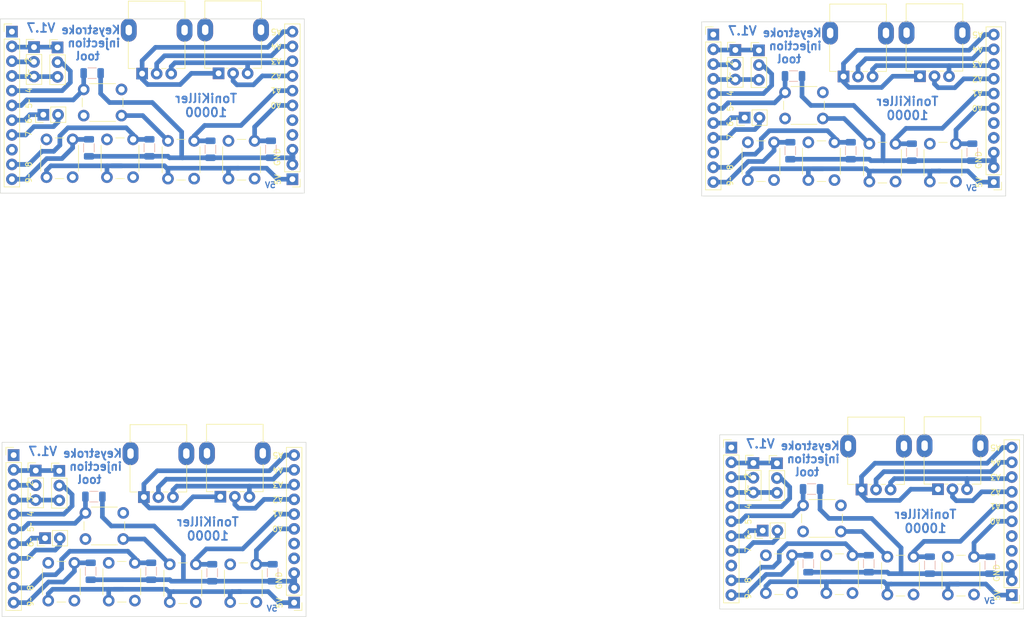
<source format=kicad_pcb>
(kicad_pcb (version 20211014) (generator pcbnew)
  (layers (0 "F.Cu" signal) (31 "B.Cu" signal) (34 "B.Paste" user) (35 "F.Paste" user) (36 "B.SilkS" user "B.Silkscreen") (37 "F.SilkS" user "F.Silkscreen") (38 "B.Mask" user) (39 "F.Mask" user) (44 "Edge.Cuts" user))
  (net 0 "")
  (footprint "Connector_PinHeader_2.54mm:PinHeader_1x03_P2.54mm_Vertical" (layer "F.Cu") (at 185.105 56.555)
    (fp_text reference "REF**" hide)
    (fp_text value "PinHeader_1x03_P2.54mm_Vertical" hide)
  )
  (footprint "Button_Switch_THT:SW_PUSH_6mm" (layer "F.Cu") (at 193.655 63.845)
    (fp_text reference "REF**" hide)
    (fp_text value "SW_PUSH_6mm" hide)
  )
  (footprint "Button_Switch_THT:SW_PUSH_6mm" (layer "F.Cu") (at 73.305 136.245)
    (fp_text reference "REF**" hide)
    (fp_text value "SW_PUSH_6mm" hide)
  )
  (footprint "Button_Switch_THT:SW_PUSH_6mm" (layer "F.Cu") (at 215.755 143.795 -90)
    (fp_text reference "REF**" hide)
    (fp_text value "SW_PUSH_6mm" hide)
  )
  (footprint "Connector_PinHeader_2.54mm:PinHeader_1x11_P2.54mm_Vertical" (layer "F.Cu") (at 184.405 124.995)
    (fp_text reference "REF**" hide)
    (fp_text value "PinHeader_1x11_P2.54mm_Vertical" hide)
  )
  (footprint "Connector_PinHeader_2.54mm:PinHeader_1x11_P2.54mm_Vertical" (layer "F.Cu") (at 229.555 79.295 180)
    (fp_text reference "REF**" hide)
    (fp_text value "PinHeader_1x11_P2.54mm_Vertical" hide)
  )
  (footprint "Button_Switch_THT:SW_PUSH_6mm" (layer "F.Cu") (at 92.305 145.095 -90)
    (fp_text reference "REF**" hide)
    (fp_text value "SW_PUSH_6mm" hide)
  )
  (footprint "Connector_PinHeader_2.54mm:PinHeader_1x02_P2.54mm_Vertical" (layer "F.Cu") (at 66.355 140.595 90)
    (fp_text reference "REF**" hide)
    (fp_text value "PinHeader_1x02_P2.54mm_Vertical" hide)
  )
  (footprint "Connector_PinHeader_2.54mm:PinHeader_1x11_P2.54mm_Vertical" (layer "F.Cu") (at 60.955 126.295)
    (fp_text reference "REF**" hide)
    (fp_text value "PinHeader_1x11_P2.54mm_Vertical" hide)
  )
  (footprint "Potentiometer_THT:Potentiometer_Alpha_RD901F-40-00D_Single_Vertical" (layer "F.Cu") (at 203.705 61.12 90)
    (fp_text reference "1M" hide)
    (fp_text value "Potentiometer_Alpha_RD901F-40-00D_Single_Vertical" hide)
  )
  (footprint "Button_Switch_THT:SW_PUSH_6mm" (layer "F.Cu") (at 223.055 72.695 -90)
    (fp_text reference "REF**" hide)
    (fp_text value "SW_PUSH_6mm" hide)
  )
  (footprint "Potentiometer_THT:Potentiometer_Alpha_RD901F-40-00D_Single_Vertical" (layer "F.Cu") (at 206.805 132.22 90)
    (fp_text reference "1M" hide)
    (fp_text value "Potentiometer_Alpha_RD901F-40-00D_Single_Vertical" hide)
  )
  (footprint "Button_Switch_THT:SW_PUSH_6mm" (layer "F.Cu") (at 73.005 63.345)
    (fp_text reference "REF**" hide)
    (fp_text value "SW_PUSH_6mm" hide)
  )
  (footprint "Button_Switch_THT:SW_PUSH_6mm" (layer "F.Cu") (at 212.655 72.695 -90)
    (fp_text reference "REF**" hide)
    (fp_text value "SW_PUSH_6mm" hide)
  )
  (footprint "Button_Switch_THT:SW_PUSH_6mm" (layer "F.Cu") (at 102.405 72.195 -90)
    (fp_text reference "REF**" hide)
    (fp_text value "SW_PUSH_6mm" hide)
  )
  (footprint "Connector_PinHeader_2.54mm:PinHeader_1x11_P2.54mm_Vertical" (layer "F.Cu") (at 181.305 53.895)
    (fp_text reference "REF**" hide)
    (fp_text value "PinHeader_1x11_P2.54mm_Vertical" hide)
  )
  (footprint "Potentiometer_THT:Potentiometer_Alpha_RD901F-40-00D_Single_Vertical" (layer "F.Cu") (at 83.355 133.52 90)
    (fp_text reference "1M" hide)
    (fp_text value "Potentiometer_Alpha_RD901F-40-00D_Single_Vertical" hide)
  )
  (footprint "Connector_PinHeader_2.54mm:PinHeader_1x03_P2.54mm_Vertical" (layer "F.Cu") (at 68.805 129.005)
    (fp_text reference "REF**" hide)
    (fp_text value "PinHeader_1x03_P2.54mm_Vertical" hide)
  )
  (footprint "Connector_PinHeader_2.54mm:PinHeader_1x02_P2.54mm_Vertical" (layer "F.Cu") (at 189.805 139.295 90)
    (fp_text reference "REF**" hide)
    (fp_text value "PinHeader_1x02_P2.54mm_Vertical" hide)
  )
  (footprint "Potentiometer_THT:Potentiometer_Alpha_RD901F-40-00D_Single_Vertical" (layer "F.Cu") (at 216.855 61.07 90)
    (fp_text reference "1M" hide)
    (fp_text value "Potentiometer_Alpha_RD901F-40-00D_Single_Vertical" hide)
  )
  (footprint "Button_Switch_THT:SW_PUSH_6mm" (layer "F.Cu") (at 226.155 143.795 -90)
    (fp_text reference "REF**" hide)
    (fp_text value "SW_PUSH_6mm" hide)
  )
  (footprint "Button_Switch_THT:SW_PUSH_6mm" (layer "F.Cu") (at 102.705 145.095 -90)
    (fp_text reference "REF**" hide)
    (fp_text value "SW_PUSH_6mm" hide)
  )
  (footprint "Connector_PinHeader_2.54mm:PinHeader_1x03_P2.54mm_Vertical" (layer "F.Cu") (at 64.455 56.055)
    (fp_text reference "REF**" hide)
    (fp_text value "PinHeader_1x03_P2.54mm_Vertical" hide)
  )
  (footprint "Connector_PinHeader_2.54mm:PinHeader_1x03_P2.54mm_Vertical" (layer "F.Cu") (at 64.755 128.955)
    (fp_text reference "REF**" hide)
    (fp_text value "PinHeader_1x03_P2.54mm_Vertical" hide)
  )
  (footprint "Button_Switch_THT:SW_PUSH_6mm" (layer "F.Cu") (at 81.805 144.845 -90)
    (fp_text reference "REF**" hide)
    (fp_text value "SW_PUSH_6mm" hide)
  )
  (footprint "Potentiometer_THT:Potentiometer_Alpha_RD901F-40-00D_Single_Vertical" (layer "F.Cu") (at 219.955 132.17 90)
    (fp_text reference "1M" hide)
    (fp_text value "Potentiometer_Alpha_RD901F-40-00D_Single_Vertical" hide)
  )
  (footprint "Button_Switch_THT:SW_PUSH_6mm" (layer "F.Cu") (at 196.755 134.945)
    (fp_text reference "REF**" hide)
    (fp_text value "SW_PUSH_6mm" hide)
  )
  (footprint "Button_Switch_THT:SW_PUSH_6mm" (layer "F.Cu") (at 205.255 143.545 -90)
    (fp_text reference "REF**" hide)
    (fp_text value "SW_PUSH_6mm" hide)
  )
  (footprint "Connector_PinHeader_2.54mm:PinHeader_1x11_P2.54mm_Vertical" (layer "F.Cu") (at 108.905 78.795 180)
    (fp_text reference "REF**" hide)
    (fp_text value "PinHeader_1x11_P2.54mm_Vertical" hide)
  )
  (footprint "Button_Switch_THT:SW_PUSH_6mm" (layer "F.Cu") (at 202.155 72.445 -90)
    (fp_text reference "REF**" hide)
    (fp_text value "SW_PUSH_6mm" hide)
  )
  (footprint "Potentiometer_THT:Potentiometer_Alpha_RD901F-40-00D_Single_Vertical" (layer "F.Cu") (at 96.205 60.57 90)
    (fp_text reference "1M" hide)
    (fp_text value "Potentiometer_Alpha_RD901F-40-00D_Single_Vertical" hide)
  )
  (footprint "Connector_PinHeader_2.54mm:PinHeader_1x11_P2.54mm_Vertical" (layer "F.Cu") (at 60.655 53.395)
    (fp_text reference "REF**" hide)
    (fp_text value "PinHeader_1x11_P2.54mm_Vertical" hide)
  )
  (footprint "Potentiometer_THT:Potentiometer_Alpha_RD901F-40-00D_Single_Vertical" (layer "F.Cu") (at 83.055 60.62 90)
    (fp_text reference "1M" hide)
    (fp_text value "Potentiometer_Alpha_RD901F-40-00D_Single_Vertical" hide)
  )
  (footprint "Button_Switch_THT:SW_PUSH_6mm" (layer "F.Cu") (at 71.405 144.845 -90)
    (fp_text reference "REF**" hide)
    (fp_text value "SW_PUSH_6mm" hide)
  )
  (footprint "Button_Switch_THT:SW_PUSH_6mm" (layer "F.Cu") (at 92.005 72.195 -90)
    (fp_text reference "REF**" hide)
    (fp_text value "SW_PUSH_6mm" hide)
  )
  (footprint "Button_Switch_THT:SW_PUSH_6mm" (layer "F.Cu") (at 81.505 71.945 -90)
    (fp_text reference "REF**" hide)
    (fp_text value "SW_PUSH_6mm" hide)
  )
  (footprint "Connector_PinHeader_2.54mm:PinHeader_1x03_P2.54mm_Vertical" (layer "F.Cu") (at 68.505 56.105)
    (fp_text reference "REF**" hide)
    (fp_text value "PinHeader_1x03_P2.54mm_Vertical" hide)
  )
  (footprint "Connector_PinHeader_2.54mm:PinHeader_1x02_P2.54mm_Vertical" (layer "F.Cu") (at 186.705 68.195 90)
    (fp_text reference "REF**" hide)
    (fp_text value "PinHeader_1x02_P2.54mm_Vertical" hide)
  )
  (footprint "Connector_PinHeader_2.54mm:PinHeader_1x11_P2.54mm_Vertical" (layer "F.Cu") (at 232.655 150.395 180)
    (fp_text reference "REF**" hide)
    (fp_text value "PinHeader_1x11_P2.54mm_Vertical" hide)
  )
  (footprint "Potentiometer_THT:Potentiometer_Alpha_RD901F-40-00D_Single_Vertical" (layer "F.Cu") (at 96.505 133.47 90)
    (fp_text reference "1M" hide)
    (fp_text value "Potentiometer_Alpha_RD901F-40-00D_Single_Vertical" hide)
  )
  (footprint "Connector_PinHeader_2.54mm:PinHeader_1x02_P2.54mm_Vertical" (layer "F.Cu") (at 66.055 67.695 90)
    (fp_text reference "REF**" hide)
    (fp_text value "PinHeader_1x02_P2.54mm_Vertical" hide)
  )
  (footprint "Connector_PinHeader_2.54mm:PinHeader_1x03_P2.54mm_Vertical" (layer "F.Cu") (at 188.205 127.655)
    (fp_text reference "REF**" hide)
    (fp_text value "PinHeader_1x03_P2.54mm_Vertical" hide)
  )
  (footprint "Connector_PinHeader_2.54mm:PinHeader_1x03_P2.54mm_Vertical" (layer "F.Cu") (at 189.155 56.605)
    (fp_text reference "REF**" hide)
    (fp_text value "PinHeader_1x03_P2.54mm_Vertical" hide)
  )
  (footprint "Connector_PinHeader_2.54mm:PinHeader_1x03_P2.54mm_Vertical" (layer "F.Cu") (at 192.255 127.705)
    (fp_text reference "REF**" hide)
    (fp_text value "PinHeader_1x03_P2.54mm_Vertical" hide)
  )
  (footprint "Button_Switch_THT:SW_PUSH_6mm" (layer "F.Cu") (at 191.755 72.445 -90)
    (fp_text reference "REF**" hide)
    (fp_text value "SW_PUSH_6mm" hide)
  )
  (footprint "Button_Switch_THT:SW_PUSH_6mm" (layer "F.Cu") (at 194.855 143.545 -90)
    (fp_text reference "REF**" hide)
    (fp_text value "SW_PUSH_6mm" hide)
  )
  (footprint "Connector_PinHeader_2.54mm:PinHeader_1x11_P2.54mm_Vertical" (layer "F.Cu") (at 109.205 151.695 180)
    (fp_text reference "REF**" hide)
    (fp_text value "PinHeader_1x11_P2.54mm_Vertical" hide)
  )
  (footprint "Button_Switch_THT:SW_PUSH_6mm" (layer "F.Cu") (at 71.105 71.945 -90)
    (fp_text reference "REF**" hide)
    (fp_text value "SW_PUSH_6mm" hide)
  )
  (footprint "Resistor_SMD:R_1206_3216Metric" (layer "B.Cu") (at 225.855 74.145 90)
    (fp_text reference "REF**" hide)
    (fp_text value "R_1206_3216Metric" hide)
  )
  (footprint "Resistor_SMD:R_1206_3216Metric" (layer "B.Cu") (at 105.205 73.645 90)
    (fp_text reference "REF**" hide)
    (fp_text value "R_1206_3216Metric" hide)
  )
  (footprint "Resistor_SMD:R_1206_3216Metric" (layer "B.Cu") (at 95.105 146.545 90)
    (fp_text reference "REF**" hide)
    (fp_text value "R_1206_3216Metric" hide)
  )
  (footprint "Resistor_SMD:R_1206_3216Metric" (layer "B.Cu") (at 194.555 73.895 90)
    (fp_text reference "REF**" hide)
    (fp_text value "R_1206_3216Metric" hide)
  )
  (footprint "Resistor_SMD:R_1206_3216Metric" (layer "B.Cu") (at 73.905 73.395 90)
    (fp_text reference "REF**" hide)
    (fp_text value "R_1206_3216Metric" hide)
  )
  (footprint "Resistor_SMD:R_1206_3216Metric" (layer "B.Cu") (at 105.505 146.545 90)
    (fp_text reference "REF**" hide)
    (fp_text value "R_1206_3216Metric" hide)
  )
  (footprint "Resistor_SMD:R_1206_3216Metric" (layer "B.Cu") (at 84.605 146.295 90)
    (fp_text reference "REF**" hide)
    (fp_text value "R_1206_3216Metric" hide)
  )
  (footprint "Resistor_SMD:R_1206_3216Metric" (layer "B.Cu") (at 84.305 73.395 90)
    (fp_text reference "REF**" hide)
    (fp_text value "R_1206_3216Metric" hide)
  )
  (footprint "Resistor_SMD:R_1206_3216Metric" (layer "B.Cu") (at 198.205 132.145 180)
    (fp_text reference "REF**" hide)
    (fp_text value "R_1206_3216Metric" hide)
  )
  (footprint "Resistor_SMD:R_1206_3216Metric" (layer "B.Cu") (at 74.755 133.445 180)
    (fp_text reference "REF**" hide)
    (fp_text value "R_1206_3216Metric" hide)
  )
  (footprint "Resistor_SMD:R_1206_3216Metric" (layer "B.Cu") (at 218.555 145.245 90)
    (fp_text reference "REF**" hide)
    (fp_text value "R_1206_3216Metric" hide)
  )
  (footprint "Resistor_SMD:R_1206_3216Metric" (layer "B.Cu") (at 228.955 145.245 90)
    (fp_text reference "REF**" hide)
    (fp_text value "R_1206_3216Metric" hide)
  )
  (footprint "Resistor_SMD:R_1206_3216Metric" (layer "B.Cu") (at 74.205 146.295 90)
    (fp_text reference "REF**" hide)
    (fp_text value "R_1206_3216Metric" hide)
  )
  (footprint "Resistor_SMD:R_1206_3216Metric" (layer "B.Cu") (at 74.455 60.545 180)
    (fp_text reference "REF**" hide)
    (fp_text value "R_1206_3216Metric" hide)
  )
  (footprint "Resistor_SMD:R_1206_3216Metric" (layer "B.Cu") (at 94.805 73.645 90)
    (fp_text reference "REF**" hide)
    (fp_text value "R_1206_3216Metric" hide)
  )
  (footprint "Resistor_SMD:R_1206_3216Metric" (layer "B.Cu") (at 208.055 144.995 90)
    (fp_text reference "REF**" hide)
    (fp_text value "R_1206_3216Metric" hide)
  )
  (footprint "Resistor_SMD:R_1206_3216Metric" (layer "B.Cu") (at 215.455 74.145 90)
    (fp_text reference "REF**" hide)
    (fp_text value "R_1206_3216Metric" hide)
  )
  (footprint "Resistor_SMD:R_1206_3216Metric" (layer "B.Cu") (at 195.105 61.045 180)
    (fp_text reference "REF**" hide)
    (fp_text value "R_1206_3216Metric" hide)
  )
  (footprint "Resistor_SMD:R_1206_3216Metric" (layer "B.Cu") (at 204.955 73.895 90)
    (fp_text reference "REF**" hide)
    (fp_text value "R_1206_3216Metric" hide)
  )
  (footprint "Resistor_SMD:R_1206_3216Metric" (layer "B.Cu") (at 197.655 144.995 90)
    (fp_text reference "REF**" hide)
    (fp_text value "R_1206_3216Metric" hide)
  )
  (gr_rect (start 179.305 81.695) (end 231.605 51.695) (layer "Edge.Cuts") (width 0.1) (fill none))
  (gr_rect (start 182.405 152.795) (end 234.705 122.795) (layer "Edge.Cuts") (width 0.1) (fill none))
  (gr_rect (start 58.955 154.095) (end 111.255 124.095) (layer "Edge.Cuts") (width 0.1) (fill none))
  (gr_rect (start 58.655 81.195) (end 110.955 51.195) (layer "Edge.Cuts") (width 0.1) (fill none))
  (gr_text "V1.7" (at 65.655 52.745) (layer "B.Cu") (effects (font (size 1.5 1.5) (thickness 0.3)) (justify mirror)))
  (gr_text "5V" (at 225.755 80.295) (layer "B.Cu") (effects (font (size 1 1) (thickness 0.2)) (justify mirror)))
  (gr_text "V1.7" (at 65.955 125.645) (layer "B.Cu") (effects (font (size 1.5 1.5) (thickness 0.3)) (justify mirror)))
  (gr_text "ToniKiller\n10000\n" (at 94.355 138.995) (layer "B.Cu") (effects (font (size 1.5 1.5) (thickness 0.3)) (justify mirror)))
  (gr_text "  Keystroke \ninjection\n  tool\n" (at 74.755 55.345) (layer "B.Cu") (effects (font (size 1.4 1.4) (thickness 0.3)) (justify mirror)))
  (gr_text "  Keystroke \ninjection\n  tool\n" (at 195.405 55.845) (layer "B.Cu") (effects (font (size 1.4 1.4) (thickness 0.3)) (justify mirror)))
  (gr_text "V1.7" (at 189.405 124.345) (layer "B.Cu") (effects (font (size 1.5 1.5) (thickness 0.3)) (justify mirror)))
  (gr_text "5V" (at 105.105 79.795) (layer "B.Cu") (effects (font (size 1 1) (thickness 0.2)) (justify mirror)))
  (gr_text "ToniKiller\n10000\n" (at 214.705 66.595) (layer "B.Cu") (effects (font (size 1.5 1.5) (thickness 0.3)) (justify mirror)))
  (gr_text "  Keystroke \ninjection\n  tool\n" (at 75.055 128.245) (layer "B.Cu") (effects (font (size 1.4 1.4) (thickness 0.3)) (justify mirror)))
  (gr_text "5V" (at 228.855 151.395) (layer "B.Cu") (effects (font (size 1 1) (thickness 0.2)) (justify mirror)))
  (gr_text "ToniKiller\n10000\n" (at 217.805 137.695) (layer "B.Cu") (effects (font (size 1.5 1.5) (thickness 0.3)) (justify mirror)))
  (gr_text "V1.7" (at 186.305 53.245) (layer "B.Cu") (effects (font (size 1.5 1.5) (thickness 0.3)) (justify mirror)))
  (gr_text "ToniKiller\n10000\n" (at 94.055 66.095) (layer "B.Cu") (effects (font (size 1.5 1.5) (thickness 0.3)) (justify mirror)))
  (gr_text "  Keystroke \ninjection\n  tool\n" (at 198.505 126.945) (layer "B.Cu") (effects (font (size 1.4 1.4) (thickness 0.3)) (justify mirror)))
  (gr_text "5V" (at 105.405 152.695) (layer "B.Cu") (effects (font (size 1 1) (thickness 0.2)) (justify mirror)))
  (gr_text "A2" (at 106.105 61.045 180) (layer "F.SilkS") (effects (font (size 1 1))))
  (gr_text "5~\n" (at 187.355 137.395 90) (layer "F.SilkS") (effects (font (size 1 1))))
  (gr_text "GND" (at 230.055 146.595 90) (layer "F.SilkS") (effects (font (size 1 1))))
  (gr_text "A5" (at 229.855 124.995 180) (layer "F.SilkS") (effects (font (size 1 1))))
  (gr_text "4" (at 63.905 136.395 90) (layer "F.SilkS") (effects (font (size 1 1))))
  (gr_text "4" (at 63.605 63.495 90) (layer "F.SilkS") (effects (font (size 1 1))))
  (gr_text "5~\n" (at 63.605 65.795 90) (layer "F.SilkS") (effects (font (size 1 1))))
  (gr_text "6~" (at 187.305 139.995 90) (layer "F.SilkS") (effects (font (size 1 1))))
  (gr_text "6~" (at 184.205 68.895 90) (layer "F.SilkS") (effects (font (size 1 1))))
  (gr_text "A4\n" (at 106.105 55.945 180) (layer "F.SilkS") (effects (font (size 1 1))))
  (gr_text "A2" (at 226.755 61.545 180) (layer "F.SilkS") (effects (font (size 1 1))))
  (gr_text "A4\n" (at 226.755 56.445 180) (layer "F.SilkS") (effects (font (size 1 1))))
  (gr_text "GND" (at 226.955 75.495 90) (layer "F.SilkS") (effects (font (size 1 1))))
  (gr_text "4" (at 184.255 63.995 90) (layer "F.SilkS") (effects (font (size 1 1))))
  (gr_text "3~\n" (at 187.255 132.245 90) (layer "F.SilkS") (effects (font (size 1 1))))
  (gr_text "3~\n" (at 63.805 133.545 90) (layer "F.SilkS") (effects (font (size 1 1))))
  (gr_text "6~" (at 63.555 68.395 90) (layer "F.SilkS") (effects (font (size 1 1))))
  (gr_text "A0" (at 106.355 138.945 180) (layer "F.SilkS") (effects (font (size 1 1))))
  (gr_text "A3" (at 106.405 131.345 180) (layer "F.SilkS") (effects (font (size 1 1))))
  (gr_text "A0" (at 226.705 66.545 180) (layer "F.SilkS") (effects (font (size 1 1))))
  (gr_text "5~\n" (at 184.255 66.295 90) (layer "F.SilkS") (effects (font (size 1 1))))
  (gr_text "2" (at 63.755 131.195 90) (layer "F.SilkS") (effects (font (size 1 1))))
  (gr_text "A1" (at 106.055 63.495 180) (layer "F.SilkS") (effects (font (size 1 1))))
  (gr_text "2" (at 187.205 129.895 90) (layer "F.SilkS") (effects (font (size 1 1))))
  (gr_text "4" (at 187.355 135.095 90) (layer "F.SilkS") (effects (font (size 1 1))))
  (gr_text "GND" (at 106.605 147.895 90) (layer "F.SilkS") (effects (font (size 1 1))))
  (gr_text "7\n" (at 184.205 71.495 90) (layer "F.SilkS") (effects (font (size 1 1))))
  (gr_text "GND" (at 106.305 74.995 90) (layer "F.SilkS") (effects (font (size 1 1))))
  (gr_text "9~" (at 187.305 150.245 90) (layer "F.SilkS") (effects (font (size 1 1))))
  (gr_text "7\n" (at 63.855 143.895 90) (layer "F.SilkS") (effects (font (size 1 1))))
  (gr_text "5~\n" (at 63.905 138.695 90) (layer "F.SilkS") (effects (font (size 1 1))))
  (gr_text "6~" (at 63.855 141.295 90) (layer "F.SilkS") (effects (font (size 1 1))))
  (gr_text "8" (at 187.305 147.845 90) (layer "F.SilkS") (effects (font (size 1 1))))
  (gr_text "A3" (at 226.755 58.945 180) (layer "F.SilkS") (effects (font (size 1 1))))
  (gr_text "A0" (at 229.805 137.645 180) (layer "F.SilkS") (effects (font (size 1 1))))
  (gr_text "A3" (at 229.855 130.045 180) (layer "F.SilkS") (effects (font (size 1 1))))
  (gr_text "A2" (at 229.855 132.645 180) (layer "F.SilkS") (effects (font (size 1 1))))
  (gr_text "A5" (at 226.755 53.895 180) (layer "F.SilkS") (effects (font (size 1 1))))
  (gr_text "A4\n" (at 106.405 128.845 180) (layer "F.SilkS") (effects (font (size 1 1))))
  (gr_text "A1" (at 106.355 136.395 180) (layer "F.SilkS") (effects (font (size 1 1))))
  (gr_text "A5" (at 106.105 53.395 180) (layer "F.SilkS") (effects (font (size 1 1))))
  (gr_text "A4\n" (at 229.855 127.545 180) (layer "F.SilkS") (effects (font (size 1 1))))
  (gr_text "A1" (at 229.805 135.095 180) (layer "F.SilkS") (effects (font (size 1 1))))
  (gr_text "5V" (at 106.705 151.745 90) (layer "F.SilkS") (effects (font (size 1 1))))
  (gr_text "A1" (at 226.705 63.995 180) (layer "F.SilkS") (effects (font (size 1 1))))
  (gr_text "9~" (at 63.555 78.645 90) (layer "F.SilkS") (effects (font (size 1 1))))
  (gr_text "8" (at 63.855 149.145 90) (layer "F.SilkS") (effects (font (size 1 1))))
  (gr_text "5V" (at 106.405 78.845 90) (layer "F.SilkS") (effects (font (size 1 1))))
  (gr_text "3~\n" (at 63.505 60.645 90) (layer "F.SilkS") (effects (font (size 1 1))))
  (gr_text "7\n" (at 63.555 70.995 90) (layer "F.SilkS") (effects (font (size 1 1))))
  (gr_text "9~" (at 184.205 79.145 90) (layer "F.SilkS") (effects (font (size 1 1))))
  (gr_text "5V" (at 230.155 150.445 90) (layer "F.SilkS") (effects (font (size 1 1))))
  (gr_text "A0" (at 106.055 66.045 180) (layer "F.SilkS") (effects (font (size 1 1))))
  (gr_text "2" (at 63.455 58.295 90) (layer "F.SilkS") (effects (font (size 1 1))))
  (gr_text "A2" (at 106.405 133.945 180) (layer "F.SilkS") (effects (font (size 1 1))))
  (gr_text "5V" (at 227.055 79.345 90) (layer "F.SilkS") (effects (font (size 1 1))))
  (gr_text "9~" (at 63.855 151.545 90) (layer "F.SilkS") (effects (font (size 1 1))))
  (gr_text "A3" (at 106.105 58.445 180) (layer "F.SilkS") (effects (font (size 1 1))))
  (gr_text "2" (at 184.105 58.795 90) (layer "F.SilkS") (effects (font (size 1 1))))
  (gr_text "8" (at 63.555 76.245 90) (layer "F.SilkS") (effects (font (size 1 1))))
  (gr_text "8" (at 184.205 76.745 90) (layer "F.SilkS") (effects (font (size 1 1))))
  (gr_text "3~\n" (at 184.155 61.145 90) (layer "F.SilkS") (effects (font (size 1 1))))
  (gr_text "A5" (at 106.405 126.295 180) (layer "F.SilkS") (effects (font (size 1 1))))
  (gr_text "7\n" (at 187.305 142.595 90) (layer "F.SilkS") (effects (font (size 1 1))))
  (segment (start 232.655 146.745) (end 232.655 147.855) (width 1) (layer "B.Cu") (net 0))
  (segment (start 204.9675 75.345) (end 204.955 75.3575) (width 0.8) (layer "B.Cu") (net 0))
  (segment (start 219.355 61.07) (end 219.355 62.395) (width 0.8) (layer "B.Cu") (net 0))
  (segment (start 196.755 132.1575) (end 196.7425 132.145) (width 0.8) (layer "B.Cu") (net 0))
  (segment (start 186.775 142.775) (end 184.405 142.775) (width 0.8) (layer "B.Cu") (net 0))
  (segment (start 223.055 70.295) (end 223.055 72.695) (width 0.8) (layer "B.Cu") (net 0))
  (segment (start 101.205 58.745) (end 108.635 58.745) (width 0.8) (layer "B.Cu") (net 0))
  (segment (start 194.855 144.995) (end 193.005 146.845) (width 0.8) (layer "B.Cu") (net 0))
  (segment (start 222.455 133.495) (end 223.105 134.145) (width 0.8) (layer "B.Cu") (net 0))
  (segment (start 223.805 141.145) (end 217.555 141.145) (width 0.8) (layer "B.Cu") (net 0))
  (segment (start 209.305 130.495) (end 210.655 129.145) (width 0.8) (layer "B.Cu") (net 0))
  (segment (start 63.105 78.795) (end 60.655 78.795) (width 0.8) (layer "B.Cu") (net 0))
  (segment (start 69.295 63.555) (end 60.655 63.555) (width 0.8) (layer "B.Cu") (net 0))
  (segment (start 87.205 149.395) (end 78.155 149.395) (width 0.8) (layer "B.Cu") (net 0))
  (segment (start 218.555 146.7075) (end 228.955 146.7075) (width 0.8) (layer "B.Cu") (net 0))
  (segment (start 215.455 75.6075) (end 225.855 75.6075) (width 0.8) (layer "B.Cu") (net 0))
  (segment (start 68.905 71.345) (end 68.905 72.945) (width 0.8) (layer "B.Cu") (net 0))
  (segment (start 96.205 60.57) (end 91.53 60.57) (width 0.8) (layer "B.Cu") (net 0))
  (segment (start 63.505 138.045) (end 62.555 138.995) (width 0.8) (layer "B.Cu") (net 0))
  (segment (start 60.775 58.595) (end 60.655 58.475) (width 0.8) (layer "B.Cu") (net 0))
  (segment (start 83.055 58.395) (end 83.055 60.62) (width 0.8) (layer "B.Cu") (net 0))
  (segment (start 100.055 69.545) (end 93.805 69.545) (width 0.8) (layer "B.Cu") (net 0))
  (segment (start 90.155 143.545) (end 85.105 138.495) (width 0.8) (layer "B.Cu") (net 0))
  (segment (start 87.805 147.745) (end 84.6175 147.745) (width 0.8) (layer "B.Cu") (net 0))
  (segment (start 215.4425 72.695) (end 215.455 72.6825) (width 0.8) (layer "B.Cu") (net 0))
  (segment (start 184.525 130.195) (end 184.405 130.075) (width 0.8) (layer "B.Cu") (net 0))
  (segment (start 109.1675 148.0075) (end 109.205 148.045) (width 0.8) (layer "B.Cu") (net 0))
  (segment (start 106.355 78.795) (end 104.455 76.895) (width 0.8) (layer "B.Cu") (net 0))
  (segment (start 104.035 133.915) (end 109.205 133.915) (width 0.8) (layer "B.Cu") (net 0))
  (segment (start 101.205 58.745) (end 88.705 58.745) (width 0.8) (layer "B.Cu") (net 0))
  (segment (start 226.755 66.595) (end 223.055 70.295) (width 0.8) (layer "B.Cu") (net 0))
  (segment (start 73.005 63.345) (end 71.205 65.145) (width 0.8) (layer "B.Cu") (net 0))
  (segment (start 191.555 141.345) (end 188.205 141.345) (width 0.8) (layer "B.Cu") (net 0))
  (segment (start 196.755 134.945) (end 196.755 132.1575) (width 0.8) (layer "B.Cu") (net 0))
  (segment (start 193.655 63.845) (end 191.855 65.645) (width 0.8) (layer "B.Cu") (net 0))
  (segment (start 203.705 62.045) (end 203.705 61.12) (width 0.8) (layer "B.Cu") (net 0))
  (segment (start 205.255 143.545) (end 205.255 142.745) (width 0.8) (layer "B.Cu") (net 0))
  (segment (start 194.855 143.545) (end 194.855 144.995) (width 0.8) (layer "B.Cu") (net 0))
  (segment (start 108.905 63.555) (end 106.045 63.555) (width 0.8) (layer "B.Cu") (net 0))
  (segment (start 99.355 62.545) (end 102.205 62.545) (width 0.8) (layer "B.Cu") (net 0))
  (segment (start 189.555 73.445) (end 188.505 74.495) (width 0.8) (layer "B.Cu") (net 0))
  (segment (start 102.705 145.095) (end 105.4925 145.095) (width 0.8) (layer "B.Cu") (net 0))
  (segment (start 71.405 146.295) (end 69.555 148.145) (width 0.8) (layer "B.Cu") (net 0))
  (segment (start 200.755 148.095) (end 200.755 150.045) (width 0.8) (layer "B.Cu") (net 0))
  (segment (start 71.105 73.395) (end 69.255 75.245) (width 0.8) (layer "B.Cu") (net 0))
  (segment (start 192.255 130.245) (end 192.905 130.245) (width 0.8) (layer "B.Cu") (net 0))
  (segment (start 223.055 72.695) (end 225.8425 72.695) (width 0.8) (layer "B.Cu") (net 0))
  (segment (start 84.3175 74.845) (end 84.305 74.8575) (width 0.8) (layer "B.Cu") (net 0))
  (segment (start 64.055 140.595) (end 63.115 141.535) (width 0.8) (layer "B.Cu") (net 0))
  (segment (start 201.205 137.195) (end 199.6675 135.6575) (width 0.8) (layer "B.Cu") (net 0))
  (segment (start 88.455 149.795) (end 87.605 149.795) (width 0.8) (layer "B.Cu") (net 0))
  (segment (start 99.005 133.47) (end 99.005 134.795) (width 0.8) (layer "B.Cu") (net 0))
  (segment (start 190.955 70.445) (end 189.555 71.845) (width 0.8) (layer "B.Cu") (net 0))
  (segment (start 225.955 58.045) (end 227.565 56.435) (width 0.8) (layer "B.Cu") (net 0))
  (segment (start 70.305 69.945) (end 68.905 71.345) (width 0.8) (layer "B.Cu") (net 0))
  (segment (start 84.005 62.495) (end 83.055 61.545) (width 0.8) (layer "B.Cu") (net 0))
  (segment (start 84.2925 71.945) (end 84.305 71.9325) (width 0.8) (layer "B.Cu") (net 0))
  (segment (start 81.805 144.845) (end 84.5925 144.845) (width 0.8) (layer "B.Cu") (net 0))
  (segment (start 194.455 131.795) (end 194.455 133.745) (width 0.8) (layer "B.Cu") (net 0))
  (segment (start 220.005 63.045) (end 222.855 63.045) (width 0.8) (layer "B.Cu") (net 0))
  (segment (start 206.005 56.595) (end 203.705 58.895) (width 0.8) (layer "B.Cu") (net 0))
  (segment (start 221.655 148.795) (end 221.655 150.295) (width 0.8) (layer "B.Cu") (net 0))
  (segment (start 185.105 70.245) (end 183.675 71.675) (width 0.8) (layer "B.Cu") (net 0))
  (segment (start 225.8425 72.695) (end 225.855 72.6825) (width 0.8) (layer "B.Cu") (net 0))
  (segment (start 63.025 71.175) (end 60.655 71.175) (width 0.8) (layer "B.Cu") (net 0))
  (segment (start 208.155 77.395) (end 208.155 79.195) (width 0.8) (layer "B.Cu") (net 0))
  (segment (start 105.4925 145.095) (end 105.505 145.0825) (width 0.8) (layer "B.Cu") (net 0))
  (segment (start 181.425 59.095) (end 181.305 58.975) (width 0.8) (layer "B.Cu") (net 0))
  (segment (start 85.655 128.995) (end 83.355 131.295) (width 0.8) (layer "B.Cu") (net 0))
  (segment (start 107.655 126.295) (end 104.955 128.995) (width 0.8) (layer "B.Cu") (net 0))
  (segment (start 70.705 62.145) (end 69.295 63.555) (width 0.8) (layer "B.Cu") (net 0))
  (segment (start 88.055 59.395) (end 88.055 60.62) (width 0.8) (layer "B.Cu") (net 0))
  (segment (start 181.425 61.635) (end 181.305 61.515) (width 0.8) (layer "B.Cu") (net 0))
  (segment (start 189.105 56.555) (end 189.155 56.605) (width 0.8) (layer "B.Cu") (net 0))
  (segment (start 109.205 126.295) (end 107.655 126.295) (width 0.8) (layer "B.Cu") (net 0))
  (segment (start 102.705 142.695) (end 102.705 145.095) (width 0.8) (layer "B.Cu") (net 0))
  (segment (start 212.455 130.345) (end 211.805 130.995) (width 0.8) (layer "B.Cu") (net 0))
  (segment (start 108.905 53.395) (end 107.355 53.395) (width 0.8) (layer "B.Cu") (net 0))
  (segment (start 187.305 75.745) (end 183.755 79.295) (width 0.8) (layer "B.Cu") (net 0))
  (segment (start 221.855 59.245) (end 209.355 59.245) (width 0.8) (layer "B.Cu") (net 0))
  (segment (start 204.955 75.3575) (end 194.555 75.3575) (width 0.8) (layer "B.Cu") (net 0))
  (segment (start 63.545 76.255) (end 60.655 76.255) (width 0.8) (layer "B.Cu") (net 0))
  (segment (start 95.105 148.0075) (end 105.505 148.0075) (width 0.8) (layer "B.Cu") (net 0))
  (segment (start 75.9175 64.0575) (end 75.9175 60.545) (width 0.8) (layer "B.Cu") (net 0))
  (segment (start 100.005 149.795) (end 98.505 149.795) (width 0.8) (layer "B.Cu") (net 0))
  (segment (start 104.655 56.095) (end 85.355 56.095) (width 0.8) (layer "B.Cu") (net 0))
  (segment (start 71.505 138.045) (end 63.505 138.045) (width 0.8) (layer "B.Cu") (net 0))
  (segment (start 186.455 74.495) (end 184.195 76.755) (width 0.8) (layer "B.Cu") (net 0))
  (segment (start 98.505 149.795) (end 98.205 150.095) (width 0.8) (layer "B.Cu") (net 0))
  (segment (start 206.805 133.145) (end 206.805 132.22) (width 0.8) (layer "B.Cu") (net 0))
  (segment (start 102.505 135.445) (end 104.035 133.915) (width 0.8) (layer "B.Cu") (net 0))
  (segment (start 224.955 132.17) (end 224.955 130.345) (width 0.8) (layer "B.Cu") (net 0))
  (segment (start 185.105 56.555) (end 181.425 56.555) (width 0.8) (layer "B.Cu") (net 0))
  (segment (start 210.655 148.095) (end 201.605 148.095) (width 0.8) (layer "B.Cu") (net 0))
  (segment (start 92.305 144.245) (end 92.305 145.095) (width 0.8) (layer "B.Cu") (net 0))
  (segment (start 64.755 128.955) (end 68.755 128.955) (width 0.8) (layer "B.Cu") (net 0))
  (segment (start 228.005 53.895) (end 225.305 56.595) (width 0.8) (layer "B.Cu") (net 0))
  (segment (start 222.855 63.045) (end 224.385 61.515) (width 0.8) (layer "B.Cu") (net 0))
  (segment (start 102.405 69.795) (end 102.405 72.195) (width 0.8) (layer "B.Cu") (net 0))
  (segment (start 85.855 133.52) (end 85.855 131.795) (width 0.8) (layer "B.Cu") (net 0))
  (segment (start 232.655 135.155) (end 229.795 135.155) (width 0.8) (layer "B.Cu") (net 0))
  (segment (start 212.655 72.695) (end 215.4425 72.695) (width 0.8) (layer "B.Cu") (net 0))
  (segment (start 223.455 148.495) (end 211.905 148.495) (width 0.8) (layer "B.Cu") (net 0))
  (segment (start 202.155 72.445) (end 202.155 71.645) (width 0.8) (layer "B.Cu") (net 0))
  (segment (start 86.905 57.545) (end 105.305 57.545) (width 0.8) (layer "B.Cu") (net 0))
  (segment (start 225.855 75.6075) (end 229.5175 75.6075) (width 0.8) (layer "B.Cu") (net 0))
  (segment (start 102.205 62.545) (end 103.735 61.015) (width 0.8) (layer "B.Cu") (net 0))
  (segment (start 221.955 148.495) (end 221.655 148.795) (width 0.8) (layer "B.Cu") (net 0))
  (segment (start 64.755 131.495) (end 61.075 131.495) (width 0.8) (layer "B.Cu") (net 0))
  (segment (start 209.355 59.245) (end 208.705 59.895) (width 0.8) (layer "B.Cu") (net 0))
  (segment (start 192.905 130.245) (end 194.455 131.795) (width 0.8) (layer "B.Cu") (net 0))
  (segment (start 77.755 138.495) (end 76.2175 136.9575) (width 0.8) (layer "B.Cu") (net 0))
  (segment (start 101.505 133.47) (end 101.505 131.645) (width 0.8) (layer "B.Cu") (net 0))
  (segment (start 87.505 74.845) (end 84.3175 74.845) (width 0.8) (layer "B.Cu") (net 0))
  (segment (start 186.565 140.235) (end 184.405 140.235) (width 0.8) (layer "B.Cu") (net 0))
  (segment (start 211.055 148.495) (end 210.655 148.095) (width 0.8) (layer "B.Cu") (net 0))
  (segment (start 87.605 149.795) (end 87.205 149.395) (width 0.8) (layer "B.Cu") (net 0))
  (segment (start 208.705 59.895) (end 208.705 61.12) (width 0.8) (layer "B.Cu") (net 0))
  (segment (start 189.105 61.635) (end 189.155 61.685) (width 0.8) (layer "B.Cu") (net 0))
  (segment (start 229.555 74.215) (end 229.555 75.645) (width 1) (layer "B.Cu") (net 0))
  (segment (start 85.855 131.795) (end 87.205 130.445) (width 0.8) (layer "B.Cu") (net 0))
  (segment (start 215.755 142.945) (end 215.755 143.795) (width 0.8) (layer "B.Cu") (net 0))
  (segment (start 229.795 135.155) (end 223.805 141.145) (width 0.8) (layer "B.Cu") (net 0))
  (segment (start 211.255 146.445) (end 208.0675 146.445) (width 0.8) (layer "B.Cu") (net 0))
  (segment (start 190.405 146.845) (end 186.855 150.395) (width 0.8) (layer "B.Cu") (net 0))
  (segment (start 106.915 55.935) (end 108.905 55.935) (width 0.8) (layer "B.Cu") (net 0))
  (segment (start 229.5175 75.6075) (end 229.555 75.645) (width 0.8) (layer "B.Cu") (net 0))
  (segment (start 71.005 133.095) (end 71.005 135.045) (width 0.8) (layer "B.Cu") (net 0))
  (segment (start 71.405 144.845) (end 71.405 146.295) (width 0.8) (layer "B.Cu") (net 0))
  (segment (start 99.705 76.895) (end 98.205 76.895) (width 0.8) (layer "B.Cu") (net 0))
  (segment (start 229.555 66.595) (end 226.755 66.595) (width 0.8) (layer "B.Cu") (net 0))
  (segment (start 206.805 129.995) (end 206.805 132.22) (width 0.8) (layer "B.Cu") (net 0))
  (segment (start 189.555 145.595) (end 187.295 147.855) (width 0.8) (layer "B.Cu") (net 0))
  (segment (start 66.355 140.595) (end 64.055 140.595) (width 0.8) (layer "B.Cu") (net 0))
  (segment (start 218.555 146.7075) (end 213.7425 146.7075) (width 0.8) (layer "B.Cu") (net 0))
  (segment (start 107.215 128.835) (end 109.205 128.835) (width 0.8) (layer "B.Cu") (net 0))
  (segment (start 81.505 71.945) (end 81.505 71.145) (width 0.8) (layer "B.Cu") (net 0))
  (segment (start 80.305 69.945) (end 70.305 69.945) (width 0.8) (layer "B.Cu") (net 0))
  (segment (start 189.245 69.455) (end 188.455 70.245) (width 0.8) (layer "B.Cu") (net 0))
  (segment (start 190.355 150.045) (end 190.355 148.845) (width 0.8) (layer "B.Cu") (net 0))
  (segment (start 87.805 149.795) (end 87.805 151.595) (width 0.8) (layer "B.Cu") (net 0))
  (segment (start 199.6675 135.6575) (end 199.6675 132.145) (width 0.8) (layer "B.Cu") (net 0))
  (segment (start 189.905 75.745) (end 187.305 75.745) (width 0.8) (layer "B.Cu") (net 0))
  (segment (start 88.705 58.745) (end 88.055 59.395) (width 0.8) (layer "B.Cu") (net 0))
  (segment (start 196.5675 64.5575) (end 196.5675 61.045) (width 0.8) (layer "B.Cu") (net 0))
  (segment (start 212.18 61.07) (end 210.255 62.995) (width 0.8) (layer "B.Cu") (net 0))
  (segment (start 208.155 72.695) (end 203.805 68.345) (width 0.8) (layer "B.Cu") (net 0))
  (segment (start 206.905 139.445) (end 203.255 139.445) (width 0.8) (layer "B.Cu") (net 0))
  (segment (start 88.355 132.295) (end 88.355 133.52) (width 0.8) (layer "B.Cu") (net 0))
  (segment (start 204.055 141.545) (end 194.055 141.545) (width 0.8) (layer "B.Cu") (net 0))
  (segment (start 68.455 61.135) (end 68.505 61.185) (width 0.8) (layer "B.Cu") (net 0))
  (segment (start 66.605 77.245) (end 67.355 76.495) (width 0.8) (layer "B.Cu") (net 0))
  (segment (start 194.455 133.745) (end 193.045 135.155) (width 0.8) (layer "B.Cu") (net 0))
  (segment (start 228.405 127.695) (end 209.105 127.695) (width 0.8) (layer "B.Cu") (net 0))
  (segment (start 232.385 130.345) (end 232.655 130.075) (width 0.8) (layer "B.Cu") (net 0))
  (segment (start 227.005 79.295) (end 225.105 77.395) (width 0.8) (layer "B.Cu") (net 0))
  (segment (start 84.5925 144.845) (end 84.605 144.8325) (width 0.8) (layer "B.Cu") (net 0))
  (segment (start 194.855 143.545) (end 197.6425 143.545) (width 0.8) (layer "B.Cu") (net 0))
  (segment (start 188.205 141.345) (end 186.775 142.775) (width 0.8) (layer "B.Cu") (net 0))
  (segment (start 73.305 133.4575) (end 73.2925 133.445) (width 0.8) (layer "B.Cu") (net 0))
  (segment (start 226.155 141.395) (end 226.155 143.795) (width 0.8) (layer "B.Cu") (net 0))
  (segment (start 105.205 75.1075) (end 108.8675 75.1075) (width 0.8) (layer "B.Cu") (net 0))
  (segment (start 68.595 68.955) (end 67.805 69.745) (width 0.8) (layer "B.Cu") (net 0))
  (segment (start 66.605 78.445) (end 66.605 77.245) (width 0.8) (layer "B.Cu") (net 0))
  (segment (start 222.455 132.17) (end 222.455 133.495) (width 0.8) (layer "B.Cu") (net 0))
  (segment (start 196.755 134.945) (end 194.955 136.745) (width 0.8) (layer "B.Cu") (net 0))
  (segment (start 63.205 65.145) (end 62.255 66.095) (width 0.8) (layer "B.Cu") (net 0))
  (segment (start 66.055 67.695) (end 63.755 67.695) (width 0.8) (layer "B.Cu") (net 0))
  (segment (start 66.905 150.145) (end 67.655 149.395) (width 0.8) (layer "B.Cu") (net 0))
  (segment (start 99.655 135.445) (end 102.505 135.445) (width 0.8) (layer "B.Cu") (net 0))
  (segment (start 67.805 69.745) (end 64.455 69.745) (width 0.8) (layer "B.Cu") (net 0))
  (segment (start 193.655 63.845) (end 193.655 61.0575) (width 0.8) (layer "B.Cu") (net 0))
  (segment (start 99.005 134.795) (end 99.655 135.445) (width 0.8) (layer "B.Cu") (net 0))
  (segment (start 211.5175 146.7075) (end 211.255 146.445) (width 0.8) (layer "B.Cu") (net 0))
  (segment (start 191.755 73.895) (end 189.905 75.745) (width 0.8) (layer "B.Cu") (net 0))
  (segment (start 208.0425 143.545) (end 208.055 143.5325) (width 0.8) (layer "B.Cu") (net 0))
  (segment (start 212.655 71.845) (end 212.655 72.695) (width 0.8) (layer "B.Cu") (net 0))
  (segment (start 69.255 75.245) (end 66.655 75.245) (width 0.8) (layer "B.Cu") (net 0))
  (segment (start 81.805 144.045) (end 80.605 142.845) (width 0.8) (layer "B.Cu") (net 0))
  (segment (start 194.955 136.745) (end 186.955 136.745) (width 0.8) (layer "B.Cu") (net 0))
  (segment (start 209.105 127.695) (end 206.805 129.995) (width 0.8) (layer "B.Cu") (net 0))
  (segment (start 205.255 143.545) (end 208.0425 143.545) (width 0.8) (layer "B.Cu") (net 0))
  (segment (start 83.455 140.745) (end 79.805 140.745) (width 0.8) (layer "B.Cu") (net 0))
  (segment (start 68.505 58.645) (end 69.155 58.645) (width 0.8) (layer "B.Cu") (net 0))
  (segment (start 209.305 132.22) (end 209.305 130.495) (width 0.8) (layer "B.Cu") (net 0))
  (segment (start 182.905 66.595) (end 181.305 66.595) (width 0.8) (layer "B.Cu") (net 0))
  (segment (start 211.255 148.495) (end 211.255 150.295) (width 0.8) (layer "B.Cu") (net 0))
  (segment (start 191.755 72.445) (end 194.5425 72.445) (width 0.8) (layer "B.Cu") (net 0))
  (segment (start 215.28 132.17) (end 213.355 134.095) (width 0.8) (layer "B.Cu") (net 0))
  (segment (start 203.805 68.345) (end 200.155 68.345) (width 0.8) (layer "B.Cu") (net 0))
  (segment (start 66.105 146.895) (end 63.845 149.155) (width 0.8) (layer "B.Cu") (net 0))
  (segment (start 213.605 146.57) (end 213.605 142.245) (width 0.8) (layer "B.Cu") (net 0))
  (segment (start 192.205 127.655) (end 192.255 127.705) (width 0.8) (layer "B.Cu") (net 0))
  (segment (start 213.7425 146.7075) (end 211.5175 146.7075) (width 0.8) (layer "B.Cu") (net 0))
  (segment (start 226.695 64.055) (end 220.705 70.045) (width 0.8) (layer "B.Cu") (net 0))
  (segment (start 89.005 131.645) (end 88.355 132.295) (width 0.8) (layer "B.Cu") (net 0))
  (segment (start 184.525 127.655) (end 184.405 127.535) (width 0.8) (layer "B.Cu") (net 0))
  (segment (start 191.355 62.645) (end 189.945 64.055) (width 0.8) (layer "B.Cu") (net 0))
  (segment (start 206.205 59.395) (end 207.555 58.045) (width 0.8) (layer "B.Cu") (net 0))
  (segment (start 63.325 144.075) (end 60.955 144.075) (width 0.8) (layer "B.Cu") (net 0))
  (segment (start 71.105 71.945) (end 73.8925 71.945) (width 0.8) (layer "B.Cu") (net 0))
  (segment (start 107.355 53.395) (end 104.655 56.095) (width 0.8) (layer "B.Cu") (net 0))
  (segment (start 63.405 151.695) (end 60.955 151.695) (width 0.8) (layer "B.Cu") (net 0))
  (segment (start 68.105 142.645) (end 64.755 142.645) (width 0.8) (layer "B.Cu") (net 0))
  (segment (start 81.805 144.845) (end 81.805 144.045) (width 0.8) (layer "B.Cu") (net 0))
  (segment (start 226.155 143.795) (end 228.9425 143.795) (width 0.8) (layer "B.Cu") (net 0))
  (segment (start 184.525 132.735) (end 184.405 132.615) (width 0.8) (layer "B.Cu") (net 0))
  (segment (start 208.805 77.395) (end 207.955 77.395) (width 0.8) (layer "B.Cu") (net 0))
  (segment (start 73.305 136.245) (end 71.505 138.045) (width 0.8) (layer "B.Cu") (net 0))
  (segment (start 228.9425 143.795) (end 228.955 143.7825) (width 0.8) (layer "B.Cu") (net 0))
  (segment (start 89.855 70.645) (end 84.805 65.595) (width 0.8) (layer "B.Cu") (net 0))
  (segment (start 187.295 147.855) (end 184.405 147.855) (width 0.8) (layer "B.Cu") (net 0))
  (segment (start 91.53 60.57) (end 89.605 62.495) (width 0.8) (layer "B.Cu") (net 0))
  (segment (start 223.455 148.495) (end 221.955 148.495) (width 0.8) (layer "B.Cu") (net 0))
  (segment (start 202.155 71.645) (end 200.955 70.445) (width 0.8) (layer "B.Cu") (net 0))
  (segment (start 190.355 148.845) (end 191.105 148.095) (width 0.8) (layer "B.Cu") (net 0))
  (segment (start 84.805 65.595) (end 77.455 65.595) (width 0.8) (layer "B.Cu") (net 0))
  (segment (start 108.905 75.145) (end 108.905 76.255) (width 1) (layer "B.Cu") (net 0))
  (segment (start 229.555 79.295) (end 227.005 79.295) (width 0.8) (layer "B.Cu") (net 0))
  (segment (start 109.205 148.045) (end 109.205 149.155) (width 1) (layer "B.Cu") (net 0))
  (segment (start 83.355 131.295) (end 83.355 133.52) (width 0.8) (layer "B.Cu") (net 0))
  (segment (start 188.205 127.655) (end 184.525 127.655) (width 0.8) (layer "B.Cu") (net 0))
  (segment (start 230.665 127.535) (end 232.655 127.535) (width 0.8) (layer "B.Cu") (net 0))
  (segment (start 85.555 60.62) (end 85.555 58.895) (width 0.8) (layer "B.Cu") (net 0))
  (segment (start 77.455 65.595) (end 75.9175 64.0575) (width 0.8) (layer "B.Cu") (net 0))
  (segment (start 218.855 77.395) (end 218.555 77.695) (width 0.8) (layer "B.Cu") (net 0))
  (segment (start 73.8925 71.945) (end 73.905 71.9325) (width 0.8) (layer "B.Cu") (net 0))
  (segment (start 83.355 134.445) (end 83.355 133.52) (width 0.8) (layer "B.Cu") (net 0))
  (segment (start 101.505 131.645) (end 108.935 131.645) (width 0.8) (layer "B.Cu") (net 0))
  (segment (start 92.005 71.345) (end 92.005 72.195) (width 0.8) (layer "B.Cu") (net 0))
  (segment (start 87.805 145.095) (end 83.455 140.745) (width 0.8) (layer "B.Cu") (net 0))
  (segment (start 189.805 59.145) (end 191.355 60.695) (width 0.8) (layer "B.Cu") (net 0))
  (segment (start 63.845 149.155) (end 60.955 149.155) (width 0.8) (layer "B.Cu") (net 0))
  (segment (start 69.205 145.845) (end 68.155 146.895) (width 0.8) (layer "B.Cu") (net 0))
  (segment (start 90.2925 148.0075) (end 90.155 147.87) (width 0.8) (layer "B.Cu") (net 0))
  (segment (start 208.0675 146.445) (end 208.055 146.4575) (width 0.8) (layer "B.Cu") (net 0))
  (segment (start 64.455 61.135) (end 60.775 61.135) (width 0.8) (layer "B.Cu") (net 0))
  (segment (start 84.305 135.395) (end 83.355 134.445) (width 0.8) (layer "B.Cu") (net 0))
  (segment (start 220.355 77.395) (end 208.805 77.395) (width 0.8) (layer "B.Cu") (net 0))
  (segment (start 95.0925 145.095) (end 95.105 145.0825) (width 0.8) (layer "B.Cu") (net 0))
  (segment (start 89.9925 75.1075) (end 89.855 74.97) (width 0.8) (layer "B.Cu") (net 0))
  (segment (start 71.405 144.845) (end 74.1925 144.845) (width 0.8) (layer "B.Cu") (net 0))
  (segment (start 193.005 146.845) (end 190.405 146.845) (width 0.8) (layer "B.Cu") (net 0))
  (segment (start 188.455 70.245) (end 185.105 70.245) (width 0.8) (layer "B.Cu") (net 0))
  (segment (start 189.155 59.145) (end 189.805 59.145) (width 0.8) (layer "B.Cu") (net 0))
  (segment (start 185.105 56.555) (end 189.105 56.555) (width 0.8) (layer "B.Cu") (net 0))
  (segment (start 229.555 75.645) (end 229.555 76.755) (width 1) (layer "B.Cu") (net 0))
  (segment (start 90.155 147.87) (end 90.155 143.545) (width 0.8) (layer "B.Cu") (net 0))
  (segment (start 61.075 131.495) (end 60.955 131.375) (width 0.8) (layer "B.Cu") (net 0))
  (segment (start 98.205 76.895) (end 97.905 77.195) (width 0.8) (layer "B.Cu") (net 0))
  (segment (start 83.155 67.845) (end 79.505 67.845) (width 0.8) (layer "B.Cu") (net 0))
  (segment (start 104.755 149.795) (end 99.655 149.795) (width 0.8) (layer "B.Cu") (net 0))
  (segment (start 183.755 79.295) (end 181.305 79.295) (width 0.8) (layer "B.Cu") (net 0))
  (segment (start 105.305 57.545) (end 106.915 55.935) (width 0.8) (layer "B.Cu") (net 0))
  (segment (start 108.8675 75.1075) (end 108.905 75.145) (width 0.8) (layer "B.Cu") (net 0))
  (segment (start 100.005 149.795) (end 88.455 149.795) (width 0.8) (layer "B.Cu") (net 0))
  (segment (start 229.555 53.895) (end 228.005 53.895) (width 0.8) (layer "B.Cu") (net 0))
  (segment (start 204.655 62.995) (end 203.705 62.045) (width 0.8) (layer "B.Cu") (net 0))
  (segment (start 62.815 68.635) (end 60.655 68.635) (width 0.8) (layer "B.Cu") (net 0))
  (segment (start 213.7425 146.7075) (end 213.605 146.57) (width 0.8) (layer "B.Cu") (net 0))
  (segment (start 64.755 128.955) (end 61.075 128.955) (width 0.8) (layer "B.Cu") (net 0))
  (segment (start 194.055 141.545) (end 192.655 142.945) (width 0.8) (layer "B.Cu") (net 0))
  (segment (start 227.485 132.615) (end 232.655 132.615) (width 0.8) (layer "B.Cu") (net 0))
  (segment (start 210.255 62.995) (end 204.655 62.995) (width 0.8) (layer "B.Cu") (net 0))
  (segment (start 186.005 137.695) (end 184.405 137.695) (width 0.8) (layer "B.Cu") (net 0))
  (segment (start 229.855 137.695) (end 226.155 141.395) (width 0.8) (layer "B.Cu") (net 0))
  (segment (start 73.005 63.345) (end 73.005 60.5575) (width 0.8) (layer "B.Cu") (net 0))
  (segment (start 64.455 58.595) (end 60.775 58.595) (width 0.8) (layer "B.Cu") (net 0))
  (segment (start 101.505 131.645) (end 89.005 131.645) (width 0.8) (layer "B.Cu") (net 0))
  (segment (start 89.855 74.97) (end 89.855 70.645) (width 0.8) (layer "B.Cu") (net 0))
  (segment (start 104.455 76.895) (end 99.355 76.895) (width 0.8) (layer "B.Cu") (net 0))
  (segment (start 67.655 149.395) (end 79.805 149.395) (width 0.8) (layer "B.Cu") (net 0))
  (segment (start 205.255 142.745) (end 204.055 141.545) (width 0.8) (layer "B.Cu") (net 0))
  (segment (start 220.355 77.395) (end 218.855 77.395) (width 0.8) (layer "B.Cu") (net 0))
  (segment (start 60.775 56.055) (end 60.655 55.935) (width 0.8) (layer "B.Cu") (net 0))
  (segment (start 69.205 144.245) (end 69.205 145.845) (width 0.8) (layer "B.Cu") (net 0))
  (segment (start 221.855 59.245) (end 229.285 59.245) (width 0.8) (layer "B.Cu") (net 0))
  (segment (start 87.505 76.895) (end 87.505 78.695) (width 0.8) (layer "B.Cu") (net 0))
  (segment (start 198.105 66.095) (end 196.5675 64.5575) (width 0.8) (layer "B.Cu") (net 0))
  (segment (start 83.055 61.545) (end 83.055 60.62) (width 0.8) (layer "B.Cu") (net 0))
  (segment (start 66.955 148.145) (end 63.405 151.695) (width 0.8) (layer "B.Cu") (net 0))
  (segment (start 81.505 71.945) (end 84.2925 71.945) (width 0.8) (layer "B.Cu") (net 0))
  (segment (start 106.655 151.695) (end 104.755 149.795) (width 0.8) (layer "B.Cu") (net 0))
  (segment (start 105.1925 72.195) (end 105.205 72.1825) (width 0.8) (layer "B.Cu") (net 0))
  (segment (start 84.6175 147.745) (end 84.605 147.7575) (width 0.8) (layer "B.Cu") (net 0))
  (segment (start 106.105 66.095) (end 102.405 69.795) (width 0.8) (layer "B.Cu") (net 0))
  (segment (start 71.105 71.945) (end 71.105 73.395) (width 0.8) (layer "B.Cu") (net 0))
  (segment (start 188.005 76.995) (end 200.155 76.995) (width 0.8) (layer "B.Cu") (net 0))
  (segment (start 227.565 56.435) (end 229.555 56.435) (width 0.8) (layer "B.Cu") (net 0))
  (segment (start 205.455 66.095) (end 198.105 66.095) (width 0.8) (layer "B.Cu") (net 0))
  (segment (start 218.5425 143.795) (end 218.555 143.7825) (width 0.8) (layer "B.Cu") (net 0))
  (segment (start 94.105 142.445) (end 92.305 144.245) (width 0.8) (layer "B.Cu") (net 0))
  (segment (start 88.0675 148.0075) (end 87.805 147.745) (width 0.8) (layer "B.Cu") (net 0))
  (segment (start 68.895 141.855) (end 68.105 142.645) (width 0.8) (layer "B.Cu") (net 0))
  (segment (start 203.705 58.895) (end 203.705 61.12) (width 0.8) (layer "B.Cu") (net 0))
  (segment (start 71.005 135.045) (end 69.595 136.455) (width 0.8) (layer "B.Cu") (net 0))
  (segment (start 183.675 71.675) (end 181.305 71.675) (width 0.8) (layer "B.Cu") (net 0))
  (segment (start 108.905 73.715) (end 108.905 75.145) (width 1) (layer "B.Cu") (net 0))
  (segment (start 189.245 68.195) (end 189.245 69.455) (width 0.8) (layer "B.Cu") (net 0))
  (segment (start 108.935 131.645) (end 109.205 131.375) (width 0.8) (layer "B.Cu") (net 0))
  (segment (start 87.205 130.445) (end 105.605 130.445) (width 0.8) (layer "B.Cu") (net 0))
  (segment (start 85.105 138.495) (end 77.755 138.495) (width 0.8) (layer "B.Cu") (net 0))
  (segment (start 73.305 136.245) (end 73.305 133.4575) (width 0.8) (layer "B.Cu") (net 0))
  (segment (start 109.205 146.615) (end 109.205 148.045) (width 1) (layer "B.Cu") (net 0))
  (segment (start 63.115 141.535) (end 60.955 141.535) (width 0.8) (layer "B.Cu") (net 0))
  (segment (start 187.255 77.745) (end 188.005 76.995) (width 0.8) (layer "B.Cu") (net 0))
  (segment (start 68.905 72.945) (end 67.855 73.995) (width 0.8) (layer "B.Cu") (net 0))
  (segment (start 185.105 61.635) (end 189.105 61.635) (width 0.8) (layer "B.Cu") (net 0))
  (segment (start 217.555 141.145) (end 215.755 142.945) (width 0.8) (layer "B.Cu") (net 0))
  (segment (start 193.655 61.0575) (end 193.6425 61.045) (width 0.8) (layer "B.Cu") (net 0))
  (segment (start 224.48 53.895) (end 224.155 53.57) (width 1) (layer "B.Cu") (net 0))
  (segment (start 87.305 76.895) (end 86.905 76.495) (width 0.8) (layer "B.Cu") (net 0))
  (segment (start 85.355 56.095) (end 83.055 58.395) (width 0.8) (layer "B.Cu") (net 0))
  (segment (start 208.555 137.195) (end 201.205 137.195) (width 0.8) (layer "B.Cu") (net 0))
  (segment (start 228.955 146.7075) (end 232.6175 146.7075) (width 0.8) (layer "B.Cu") (net 0))
  (segment (start 85.555 58.895) (end 86.905 57.545) (width 0.8) (layer "B.Cu") (net 0))
  (segment (start 218.555 77.695) (end 218.555 79.195) (width 0.8) (layer "B.Cu") (net 0))
  (segment (start 76.2175 136.9575) (end 76.2175 133.445) (width 0.8) (layer "B.Cu") (net 0))
  (segment (start 77.305 149.395) (end 77.305 151.345) (width 0.8) (layer "B.Cu") (net 0))
  (segment (start 100.355 142.445) (end 94.105 142.445) (width 0.8) (layer "B.Cu") (net 0))
  (segment (start 210.655 129.145) (end 229.055 129.145) (width 0.8) (layer "B.Cu") (net 0))
  (segment (start 192.655 142.945) (end 192.655 144.545) (width 0.8) (layer "B.Cu") (net 0))
  (segment (start 68.155 146.895) (end 66.105 146.895) (width 0.8) (layer "B.Cu") (net 0))
  (segment (start 197.655 76.995) (end 197.655 78.945) (width 0.8) (layer "B.Cu") (net 0))
  (segment (start 64.755 142.645) (end 63.325 144.075) (width 0.8) (layer "B.Cu") (net 0))
  (segment (start 99.705 76.895) (end 88.155 76.895) (width 0.8) (layer "B.Cu") (net 0))
  (segment (start 187.505 139.295) (end 186.565 140.235) (width 0.8) (layer "B.Cu") (net 0))
  (segment (start 189.945 64.055) (end 181.305 64.055) (width 0.8) (layer "B.Cu") (net 0))
  (segment (start 188.505 74.495) (end 186.455 74.495) (width 0.8) (layer "B.Cu") (net 0))
  (segment (start 89.905 135.395) (end 84.305 135.395) (width 0.8) (layer "B.Cu") (net 0))
  (segment (start 213.605 142.245) (end 208.555 137.195) (width 0.8) (layer "B.Cu") (net 0))
  (segment (start 223.105 134.145) (end 225.955 134.145) (width 0.8) (layer "B.Cu") (net 0))
  (segment (start 225.955 134.145) (end 227.485 132.615) (width 0.8) (layer "B.Cu") (net 0))
  (segment (start 60.775 61.135) (end 60.655 61.015) (width 0.8) (layer "B.Cu") (net 0))
  (segment (start 64.755 134.035) (end 68.755 134.035) (width 0.8) (layer "B.Cu") (net 0))
  (segment (start 213.355 134.095) (end 207.755 134.095) (width 0.8) (layer "B.Cu") (net 0))
  (segment (start 185.105 61.635) (end 181.425 61.635) (width 0.8) (layer "B.Cu") (net 0))
  (segment (start 219.355 62.395) (end 220.005 63.045) (width 0.8) (layer "B.Cu") (net 0))
  (segment (start 224.385 61.515) (end 229.555 61.515) (width 0.8) (layer "B.Cu") (net 0))
  (segment (start 192.655 144.545) (end 191.605 145.595) (width 0.8) (layer "B.Cu") (net 0))
  (segment (start 208.4175 75.6075) (end 208.155 75.345) (width 0.8) (layer "B.Cu") (net 0))
  (segment (start 220.705 70.045) (end 214.455 70.045) (width 0.8) (layer "B.Cu") (net 0))
  (segment (start 108.905 78.795) (end 106.355 78.795) (width 0.8) (layer "B.Cu") (net 0))
  (segment (start 86.905 76.495) (end 77.855 76.495) (width 0.8) (layer "B.Cu") (net 0))
  (segment (start 88.155 76.895) (end 87.305 76.895) (width 0.8) (layer "B.Cu") (net 0))
  (segment (start 77.005 76.495) (end 77.005 78.445) (width 0.8) (layer "B.Cu") (net 0))
  (segment (start 189.555 71.845) (end 189.555 73.445) (width 0.8) (layer "B.Cu") (net 0))
  (segment (start 232.655 124.995) (end 231.105 124.995) (width 0.8) (layer "B.Cu") (net 0))
  (segment (start 106.345 136.455) (end 100.355 142.445) (width 0.8) (layer "B.Cu") (net 0))
  (segment (start 96.505 133.47) (end 91.83 133.47) (width 0.8) (layer "B.Cu") (net 0))
  (segment (start 81.505 71.145) (end 80.305 69.945) (width 0.8) (layer "B.Cu") (net 0))
  (segment (start 108.635 58.745) (end 108.905 58.475) (width 0.8) (layer "B.Cu") (net 0))
  (segment (start 188.205 130.195) (end 184.525 130.195) (width 0.8) (layer "B.Cu") (net 0))
  (segment (start 87.505 72.195) (end 83.155 67.845) (width 0.8) (layer "B.Cu") (net 0))
  (segment (start 189.805 139.295) (end 187.505 139.295) (width 0.8) (layer "B.Cu") (net 0))
  (segment (start 230.105 150.395) (end 228.205 148.495) (width 0.8) (layer "B.Cu") (net 0))
  (segment (start 207.955 77.395) (end 207.555 76.995) (width 0.8) (layer "B.Cu") (net 0))
  (segment (start 68.455 56.055) (end 68.505 56.105) (width 0.8) (layer "B.Cu") (net 0))
  (segment (start 91.83 133.47) (end 89.905 135.395) (width 0.8) (layer "B.Cu") (net 0))
  (segment (start 103.83 53.395) (end 103.505 53.07) (width 1) (layer "B.Cu") (net 0))
  (segment (start 67.855 73.995) (end 65.805 73.995) (width 0.8) (layer "B.Cu") (net 0))
  (segment (start 84.305 74.8575) (end 73.905 74.8575) (width 0.8) (layer "B.Cu") (net 0))
  (segment (start 191.755 72.445) (end 191.755 73.895) (width 0.8) (layer "B.Cu") (net 0))
  (segment (start 109.205 151.695) (end 106.655 151.695) (width 0.8) (layer "B.Cu") (net 0))
  (segment (start 183.465 69.135) (end 181.305 69.135) (width 0.8) (layer "B.Cu") (net 0))
  (segment (start 194.5425 72.445) (end 194.555 72.4325) (width 0.8) (layer "B.Cu") (net 0))
  (segment (start 225.105 77.395) (end 220.005 77.395) (width 0.8) (layer "B.Cu") (net 0))
  (segment (start 210.505 75.47) (end 210.505 71.145) (width 0.8) (layer "B.Cu") (net 0))
  (segment (start 104.955 128.995) (end 85.655 128.995) (width 0.8) (layer "B.Cu") (net 0))
  (segment (start 69.555 148.145) (end 66.955 148.145) (width 0.8) (layer "B.Cu") (net 0))
  (segment (start 184.405 68.195) (end 183.465 69.135) (width 0.8) (layer "B.Cu") (net 0))
  (segment (start 87.7675 75.1075) (end 87.505 74.845) (width 0.8) (layer "B.Cu") (net 0))
  (segment (start 224.955 130.345) (end 212.455 130.345) (width 0.8) (layer "B.Cu") (net 0))
  (segment (start 108.905 66.095) (end 106.105 66.095) (width 0.8) (layer "B.Cu") (net 0))
  (segment (start 187.255 78.945) (end 187.255 77.745) (width 0.8) (layer "B.Cu") (net 0))
  (segment (start 229.285 59.245) (end 229.555 58.975) (width 0.8) (layer "B.Cu") (net 0))
  (segment (start 181.425 56.555) (end 181.305 56.435) (width 0.8) (layer "B.Cu") (net 0))
  (segment (start 61.075 128.955) (end 60.955 128.835) (width 0.8) (layer "B.Cu") (net 0))
  (segment (start 101.205 60.57) (end 101.205 58.745) (width 0.8) (layer "B.Cu") (net 0))
  (segment (start 98.705 61.895) (end 99.355 62.545) (width 0.8) (layer "B.Cu") (net 0))
  (segment (start 80.605 142.845) (end 70.605 142.845) (width 0.8) (layer "B.Cu") (net 0))
  (segment (start 208.155 75.345) (end 204.9675 75.345) (width 0.8) (layer "B.Cu") (net 0))
  (segment (start 64.455 61.135) (end 68.455 61.135) (width 0.8) (layer "B.Cu") (net 0))
  (segment (start 215.455 75.6075) (end 210.6425 75.6075) (width 0.8) (layer "B.Cu") (net 0))
  (segment (start 97.905 77.195) (end 97.905 78.695) (width 0.8) (layer "B.Cu") (net 0))
  (segment (start 68.595 67.695) (end 68.595 68.955) (width 0.8) (layer "B.Cu") (net 0))
  (segment (start 188.205 132.735) (end 184.525 132.735) (width 0.8) (layer "B.Cu") (net 0))
  (segment (start 191.855 65.645) (end 183.855 65.645) (width 0.8) (layer "B.Cu") (net 0))
  (segment (start 102.405 72.195) (end 105.1925 72.195) (width 0.8) (layer "B.Cu") (net 0))
  (segment (start 186.955 136.745) (end 186.005 137.695) (width 0.8) (layer "B.Cu") (net 0))
  (segment (start 211.805 130.995) (end 211.805 132.22) (width 0.8) (layer "B.Cu") (net 0))
  (segment (start 232.655 150.395) (end 230.105 150.395) (width 0.8) (layer "B.Cu") (net 0))
  (segment (start 231.105 124.995) (end 228.405 127.695) (width 0.8) (layer "B.Cu") (net 0))
  (segment (start 207.555 76.995) (end 198.505 76.995) (width 0.8) (layer "B.Cu") (net 0))
  (segment (start 92.305 145.095) (end 95.0925 145.095) (width 0.8) (layer "B.Cu") (net 0))
  (segment (start 62.255 66.095) (end 60.655 66.095) (width 0.8) (layer "B.Cu") (net 0))
  (segment (start 202.155 72.445) (end 204.9425 72.445) (width 0.8) (layer "B.Cu") (net 0))
  (segment (start 61.075 134.035) (end 60.955 133.915) (width 0.8) (layer "B.Cu") (net 0))
  (segment (start 227.58 124.995) (end 227.255 124.67) (width 1) (layer "B.Cu") (net 0))
  (segment (start 98.205 150.095) (end 98.205 151.595) (width 0.8) (layer "B.Cu") (net 0))
  (segment (start 106.045 63.555) (end 100.055 69.545) (width 0.8) (layer "B.Cu") (net 0))
  (segment (start 69.595 136.455) (end 60.955 136.455) (width 0.8) (layer "B.Cu") (net 0))
  (segment (start 94.805 75.1075) (end 105.205 75.1075) (width 0.8) (layer "B.Cu") (net 0))
  (segment (start 186.705 68.195) (end 184.405 68.195) (width 0.8) (layer "B.Cu") (net 0))
  (segment (start 66.905 151.345) (end 66.905 150.145) (width 0.8) (layer "B.Cu") (net 0))
  (segment (start 90.2925 148.0075) (end 88.0675 148.0075) (width 0.8) (layer "B.Cu") (net 0))
  (segment (start 105.605 130.445) (end 107.215 128.835) (width 0.8) (layer "B.Cu") (net 0))
  (segment (start 229.555 64.055) (end 226.695 64.055) (width 0.8) (layer "B.Cu") (net 0))
  (segment (start 68.755 128.955) (end 68.805 129.005) (width 0.8) (layer "B.Cu") (net 0))
  (segment (start 200.955 70.445) (end 190.955 70.445) (width 0.8) (layer "B.Cu") (net 0))
  (segment (start 192.205 132.735) (end 192.255 132.785) (width 0.8) (layer "B.Cu") (net 0))
  (segment (start 232.655 137.695) (end 229.855 137.695) (width 0.8) (layer "B.Cu") (net 0))
  (segment (start 183.855 65.645) (end 182.905 66.595) (width 0.8) (layer "B.Cu") (net 0))
  (segment (start 184.195 76.755) (end 181.305 76.755) (width 0.8) (layer "B.Cu") (net 0))
  (segment (start 188.205 132.735) (end 192.205 132.735) (width 0.8) (layer "B.Cu") (net 0))
  (segment (start 64.755 134.035) (end 61.075 134.035) (width 0.8) (layer "B.Cu") (net 0))
  (segment (start 191.605 145.595) (end 189.555 145.595) (width 0.8) (layer "B.Cu") (net 0))
  (segment (start 95.105 148.0075) (end 90.2925 148.0075) (width 0.8) (layer "B.Cu") (net 0))
  (segment (start 69.155 58.645) (end 70.705 60.195) (width 0.8) (layer "B.Cu") (net 0))
  (segment (start 93.805 69.545) (end 92.005 71.345) (width 0.8) (layer "B.Cu") (net 0))
  (segment (start 73.005 60.5575) (end 72.9925 60.545) (width 0.8) (layer "B.Cu") (net 0))
  (segment (start 98.705 60.57) (end 98.705 61.895) (width 0.8) (layer "B.Cu") (net 0))
  (segment (start 103.735 61.015) (end 108.905 61.015) (width 0.8) (layer "B.Cu") (net 0))
  (segment (start 109.205 136.455) (end 106.345 136.455) (width 0.8) (layer "B.Cu") (net 0))
  (segment (start 192.345 140.555) (end 191.555 141.345) (width 0.8) (layer "B.Cu") (net 0))
  (segment (start 69.455 131.545) (end 71.005 133.095) (width 0.8) (layer "B.Cu") (net 0))
  (segment (start 71.205 65.145) (end 63.205 65.145) (width 0.8) (layer "B.Cu") (net 0))
  (segment (start 232.6175 146.7075) (end 232.655 146.745) (width 0.8) (layer "B.Cu") (net 0))
  (segment (start 65.805 73.995) (end 63.545 76.255) (width 0.8) (layer "B.Cu") (net 0))
  (segment (start 210.6425 75.6075) (end 208.4175 75.6075) (width 0.8) (layer "B.Cu") (net 0))
  (segment (start 207.755 134.095) (end 206.805 133.145) (width 0.8) (layer "B.Cu") (net 0))
  (segment (start 70.705 60.195) (end 70.705 62.145) (width 0.8) (layer "B.Cu") (net 0))
  (segment (start 232.655 145.315) (end 232.655 146.745) (width 1) (layer "B.Cu") (net 0))
  (segment (start 216.855 61.07) (end 212.18 61.07) (width 0.8) (layer "B.Cu") (net 0))
  (segment (start 191.105 148.095) (end 203.255 148.095) (width 0.8) (layer "B.Cu") (net 0))
  (segment (start 192.345 139.295) (end 192.345 140.555) (width 0.8) (layer "B.Cu") (net 0))
  (segment (start 219.955 132.17) (end 215.28 132.17) (width 0.8) (layer "B.Cu") (net 0))
  (segment (start 66.655 75.245) (end 63.105 78.795) (width 0.8) (layer "B.Cu") (net 0))
  (segment (start 74.1925 144.845) (end 74.205 144.8325) (width 0.8) (layer "B.Cu") (net 0))
  (segment (start 64.455 56.055) (end 60.775 56.055) (width 0.8) (layer "B.Cu") (net 0))
  (segment (start 204.9425 72.445) (end 204.955 72.4325) (width 0.8) (layer "B.Cu") (net 0))
  (segment (start 186.855 150.395) (end 184.405 150.395) (width 0.8) (layer "B.Cu") (net 0))
  (segment (start 215.755 143.795) (end 218.5425 143.795) (width 0.8) (layer "B.Cu") (net 0))
  (segment (start 224.955 130.345) (end 232.385 130.345) (width 0.8) (layer "B.Cu") (net 0))
  (segment (start 92.005 72.195) (end 94.7925 72.195) (width 0.8) (layer "B.Cu") (net 0))
  (segment (start 64.455 56.055) (end 68.455 56.055) (width 0.8) (layer "B.Cu") (net 0))
  (segment (start 191.355 60.695) (end 191.355 62.645) (width 0.8) (layer "B.Cu") (net 0))
  (segment (start 210.505 71.145) (end 205.455 66.095) (width 0.8) (layer "B.Cu") (net 0))
  (segment (start 109.205 138.995) (end 106.405 138.995) (width 0.8) (layer "B.Cu") (net 0))
  (segment (start 214.455 70.045) (end 212.655 71.845) (width 0.8) (layer "B.Cu") (net 0))
  (segment (start 67.355 76.495) (end 79.505 76.495) (width 0.8) (layer "B.Cu") (net 0))
  (segment (start 197.6425 143.545) (end 197.655 143.5325) (width 0.8) (layer "B.Cu") (net 0))
  (segment (start 188.205 127.655) (end 192.205 127.655) (width 0.8) (layer "B.Cu") (net 0))
  (segment (start 207.555 58.045) (end 225.955 58.045) (width 0.8) (layer "B.Cu") (net 0))
  (segment (start 68.755 134.035) (end 68.805 134.085) (width 0.8) (layer "B.Cu") (net 0))
  (segment (start 208.055 146.4575) (end 197.655 146.4575) (width 0.8) (layer "B.Cu") (net 0))
  (segment (start 64.455 69.745) (end 63.025 71.175) (width 0.8) (layer "B.Cu") (net 0))
  (segment (start 211.905 148.495) (end 211.055 148.495) (width 0.8) (layer "B.Cu") (net 0))
  (segment (start 68.895 140.595) (end 68.895 141.855) (width 0.8) (layer "B.Cu") (net 0))
  (segment (start 229.055 129.145) (end 230.665 127.535) (width 0.8) (layer "B.Cu") (net 0))
  (segment (start 106.405 138.995) (end 102.705 142.695) (width 0.8) (layer "B.Cu") (net 0))
  (segment (start 206.205 61.12) (end 206.205 59.395) (width 0.8) (layer "B.Cu") (net 0))
  (segment (start 210.6425 75.6075) (end 210.505 75.47) (width 0.8) (layer "B.Cu") (net 0))
  (segment (start 62.555 138.995) (end 60.955 138.995) (width 0.8) (layer "B.Cu") (net 0))
  (segment (start 89.605 62.495) (end 84.005 62.495) (width 0.8) (layer "B.Cu") (net 0))
  (segment (start 185.105 59.095) (end 181.425 59.095) (width 0.8) (layer "B.Cu") (net 0))
  (segment (start 228.205 148.495) (end 223.105 148.495) (width 0.8) (layer "B.Cu") (net 0))
  (segment (start 89.9925 75.1075) (end 87.7675 75.1075) (width 0.8) (layer "B.Cu") (net 0))
  (segment (start 94.805 75.1075) (end 89.9925 75.1075) (width 0.8) (layer "B.Cu") (net 0))
  (segment (start 84.605 147.7575) (end 74.205 147.7575) (width 0.8) (layer "B.Cu") (net 0))
  (segment (start 221.855 61.07) (end 221.855 59.245) (width 0.8) (layer "B.Cu") (net 0))
  (segment (start 225.305 56.595) (end 206.005 56.595) (width 0.8) (layer "B.Cu") (net 0))
  (segment (start 193.045 135.155) (end 184.405 135.155) (width 0.8) (layer "B.Cu") (net 0))
  (segment (start 211.255 143.795) (end 206.905 139.445) (width 0.8) (layer "B.Cu") (net 0))
  (segment (start 68.805 131.545) (end 69.455 131.545) (width 0.8) (layer "B.Cu") (net 0))
  (segment (start 105.505 148.0075) (end 109.1675 148.0075) (width 0.8) (layer "B.Cu") (net 0))
  (segment (start 63.755 67.695) (end 62.815 68.635) (width 0.8) (layer "B.Cu") (net 0))
  (segment (start 104.13 126.295) (end 103.805 125.97) (width 1) (layer "B.Cu") (net 0))
  (segment (start 94.7925 72.195) (end 94.805 72.1825) (width 0.8) (layer "B.Cu") (net 0))
  (segment (start 70.605 142.845) (end 69.205 144.245) (width 0.8) (layer "B.Cu") (net 0))
)
</source>
